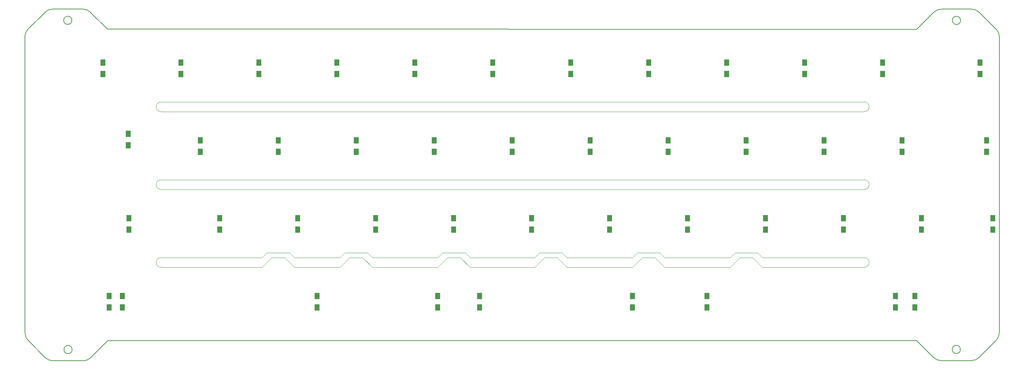
<source format=gbr>
%TF.GenerationSoftware,KiCad,Pcbnew,(7.0.0)*%
%TF.CreationDate,2023-04-22T21:46:49+02:00*%
%TF.ProjectId,lumpen,6c756d70-656e-42e6-9b69-6361645f7063,rev?*%
%TF.SameCoordinates,Original*%
%TF.FileFunction,Paste,Bot*%
%TF.FilePolarity,Positive*%
%FSLAX46Y46*%
G04 Gerber Fmt 4.6, Leading zero omitted, Abs format (unit mm)*
G04 Created by KiCad (PCBNEW (7.0.0)) date 2023-04-22 21:46:49*
%MOMM*%
%LPD*%
G01*
G04 APERTURE LIST*
%ADD10R,1.200000X1.600000*%
%TA.AperFunction,Profile*%
%ADD11C,0.100000*%
%TD*%
%TA.AperFunction,Profile*%
%ADD12C,0.200000*%
%TD*%
G04 APERTURE END LIST*
D10*
%TO.C,D1*%
X38099999Y-58549999D03*
X38099999Y-55749999D03*
%TD*%
%TO.C,D41*%
X231774999Y-115699999D03*
X231774999Y-112899999D03*
%TD*%
%TO.C,D9*%
X42862499Y-115699999D03*
X42862499Y-112899999D03*
%TD*%
%TO.C,D21*%
X133349999Y-58549999D03*
X133349999Y-55749999D03*
%TD*%
%TO.C,D44*%
X253999999Y-77599999D03*
X253999999Y-74799999D03*
%TD*%
%TO.C,D28*%
X171449999Y-58549999D03*
X171449999Y-55749999D03*
%TD*%
%TO.C,D13*%
X95249999Y-58549999D03*
X95249999Y-55749999D03*
%TD*%
%TO.C,D33*%
X200024999Y-96649999D03*
X200024999Y-93849999D03*
%TD*%
%TO.C,D6*%
X57149999Y-58549999D03*
X57149999Y-55749999D03*
%TD*%
%TO.C,D37*%
X214312499Y-77599999D03*
X214312499Y-74799999D03*
%TD*%
%TO.C,D19*%
X152399999Y-58549999D03*
X152399999Y-55749999D03*
%TD*%
%TO.C,D39*%
X233362499Y-77599999D03*
X233362499Y-74799999D03*
%TD*%
%TO.C,D7*%
X61912499Y-77599999D03*
X61912499Y-74799999D03*
%TD*%
%TO.C,D36*%
X209549999Y-58549999D03*
X209549999Y-55749999D03*
%TD*%
%TO.C,D24*%
X130174999Y-115699999D03*
X130174999Y-112899999D03*
%TD*%
%TO.C,D22*%
X138112499Y-77599999D03*
X138112499Y-74799999D03*
%TD*%
%TO.C,D18*%
X123824999Y-96649999D03*
X123824999Y-93849999D03*
%TD*%
%TO.C,D31*%
X190499999Y-58549999D03*
X190499999Y-55749999D03*
%TD*%
%TO.C,D35*%
X185737499Y-115699999D03*
X185737499Y-112899999D03*
%TD*%
%TO.C,D16*%
X114299999Y-58549999D03*
X114299999Y-55749999D03*
%TD*%
%TO.C,D25*%
X157162499Y-77599999D03*
X157162499Y-74799999D03*
%TD*%
%TO.C,D8*%
X66674999Y-96649999D03*
X66674999Y-93849999D03*
%TD*%
%TO.C,D11*%
X85724999Y-96649999D03*
X85724999Y-93849999D03*
%TD*%
%TO.C,D4*%
X39687499Y-115699999D03*
X39687499Y-112899999D03*
%TD*%
%TO.C,D15*%
X104774999Y-96649999D03*
X104774999Y-93849999D03*
%TD*%
%TO.C,D30*%
X180974999Y-96649999D03*
X180974999Y-93849999D03*
%TD*%
%TO.C,D45*%
X255587499Y-96649999D03*
X255587499Y-93849999D03*
%TD*%
%TO.C,D14*%
X100012499Y-77599999D03*
X100012499Y-74799999D03*
%TD*%
%TO.C,D10*%
X80962499Y-77599999D03*
X80962499Y-74799999D03*
%TD*%
%TO.C,D5*%
X76199999Y-58549999D03*
X76199999Y-55749999D03*
%TD*%
%TO.C,D26*%
X161924999Y-96649999D03*
X161924999Y-93849999D03*
%TD*%
%TO.C,D29*%
X176212499Y-77599999D03*
X176212499Y-74799999D03*
%TD*%
%TO.C,D2*%
X44322999Y-76012499D03*
X44322999Y-73212499D03*
%TD*%
%TO.C,D12*%
X90487499Y-115699999D03*
X90487499Y-112899999D03*
%TD*%
%TO.C,D23*%
X142874999Y-96649999D03*
X142874999Y-93849999D03*
%TD*%
%TO.C,D34*%
X228599999Y-58549999D03*
X228599999Y-55749999D03*
%TD*%
%TO.C,D46*%
X236537499Y-115699999D03*
X236537499Y-112899999D03*
%TD*%
%TO.C,D17*%
X119062499Y-77599999D03*
X119062499Y-74799999D03*
%TD*%
%TO.C,D32*%
X195262499Y-77599999D03*
X195262499Y-74799999D03*
%TD*%
%TO.C,D27*%
X167512999Y-115699999D03*
X167512999Y-112899999D03*
%TD*%
%TO.C,D43*%
X252412499Y-58549999D03*
X252412499Y-55749999D03*
%TD*%
%TO.C,D20*%
X119887999Y-115699999D03*
X119887999Y-112899999D03*
%TD*%
%TO.C,D3*%
X44449999Y-96649999D03*
X44449999Y-93849999D03*
%TD*%
%TO.C,D38*%
X219074999Y-96649999D03*
X219074999Y-93849999D03*
%TD*%
%TO.C,D40*%
X238124999Y-96649999D03*
X238124999Y-93849999D03*
%TD*%
D11*
X224161188Y-86836250D02*
X52314313Y-86836250D01*
D12*
X33287290Y-128781256D02*
X25917546Y-128781256D01*
D11*
X125459250Y-103505000D02*
X127840500Y-105886250D01*
X224161188Y-86836200D02*
G75*
G03*
X224161188Y-84455000I12J1190600D01*
G01*
X78199375Y-102314375D02*
X83755625Y-102314375D01*
X192532000Y-102314375D02*
X191341375Y-103505000D01*
X224161188Y-67786200D02*
G75*
G03*
X224161188Y-65405000I12J1190600D01*
G01*
D12*
X39350957Y-123825611D02*
X35178801Y-127997767D01*
X25855692Y-42668888D02*
G75*
G03*
X23964181Y-43452380I8J-2675012D01*
G01*
D11*
X52314313Y-103505000D02*
X77008750Y-103505000D01*
X193722625Y-103505000D02*
X191341375Y-105886250D01*
D12*
X19102418Y-121966128D02*
X19040564Y-49484019D01*
X236913960Y-123824293D02*
X39350957Y-123825611D01*
X252245970Y-43472322D02*
G75*
G03*
X250354482Y-42688810I-1891570J-1891578D01*
G01*
D11*
X52314313Y-84454950D02*
G75*
G03*
X52314313Y-86836250I-13J-1190650D01*
G01*
D12*
X242984738Y-42688823D02*
G75*
G03*
X241096372Y-43469515I-38J-2674077D01*
G01*
X252245993Y-43472299D02*
X256386121Y-47612427D01*
D11*
X191341375Y-105886250D02*
X175402875Y-105886250D01*
D12*
X39257075Y-47592508D02*
X236956244Y-47609643D01*
D11*
X103964500Y-103505000D02*
X119903000Y-103505000D01*
D12*
X236956244Y-47609643D02*
X241096372Y-43469515D01*
D11*
X96027000Y-105886250D02*
X84946250Y-105886250D01*
D12*
X30540436Y-45418891D02*
G75*
G03*
X30540436Y-45418891I-1000000J0D01*
G01*
D11*
X196897625Y-103505000D02*
X199278875Y-105886250D01*
D12*
X250315343Y-128747910D02*
X242945599Y-128747910D01*
X30602546Y-126031256D02*
G75*
G03*
X30602546Y-126031256I-1000000J0D01*
G01*
D11*
X97217625Y-102314375D02*
X96027000Y-103505000D01*
D12*
X25855692Y-42668891D02*
X33225436Y-42668891D01*
X257169610Y-49503938D02*
X257130471Y-121932782D01*
D11*
X121093625Y-102314375D02*
X126649875Y-102314375D01*
D12*
X247669482Y-45438810D02*
G75*
G03*
X247669482Y-45438810I-1000000J0D01*
G01*
D11*
X144786188Y-102314375D02*
X143595563Y-103505000D01*
X168656000Y-102314375D02*
X167465375Y-103505000D01*
X121093625Y-102314375D02*
X119903000Y-103505000D01*
D12*
X250315343Y-128747925D02*
G75*
G03*
X252206853Y-127964420I57J2674825D01*
G01*
X241054108Y-127964401D02*
G75*
G03*
X242945599Y-128747910I1891492J1891401D01*
G01*
D11*
X122284250Y-103505000D02*
X125459250Y-103505000D01*
X224161188Y-105886250D02*
X199278875Y-105886250D01*
X102773875Y-102314375D02*
X103964500Y-103505000D01*
X193722625Y-103505000D02*
X196897625Y-103505000D01*
X169846625Y-103505000D02*
X173021625Y-103505000D01*
X151533063Y-103505000D02*
X167465375Y-103505000D01*
X144786188Y-102314375D02*
X150342438Y-102314375D01*
D12*
X35116939Y-43452388D02*
G75*
G03*
X33225436Y-42668891I-1891439J-1891312D01*
G01*
D11*
X52314313Y-103504950D02*
G75*
G03*
X52314313Y-105886250I-13J-1190650D01*
G01*
X199278875Y-103505000D02*
X224161188Y-103505000D01*
X169846625Y-103505000D02*
X167465375Y-105886250D01*
X52314313Y-84455000D02*
X224161188Y-84455000D01*
X224161188Y-105886200D02*
G75*
G03*
X224161188Y-103505000I12J1190600D01*
G01*
D12*
X256346997Y-123824308D02*
G75*
G03*
X257130471Y-121932782I-1891797J1891608D01*
G01*
X256346982Y-123824293D02*
X252206854Y-127964421D01*
X33287290Y-128781220D02*
G75*
G03*
X35178800Y-127997766I110J2674820D01*
G01*
D11*
X101583250Y-103505000D02*
X103964500Y-105886250D01*
X79390000Y-103505000D02*
X82565000Y-103505000D01*
X126649875Y-102314375D02*
X127840500Y-103505000D01*
X145976813Y-103505000D02*
X149151813Y-103505000D01*
X143595563Y-105886250D02*
X127840500Y-105886250D01*
X83755625Y-102314375D02*
X84946250Y-103505000D01*
X173021625Y-103505000D02*
X175402875Y-105886250D01*
D12*
X24026035Y-127997767D02*
X19885907Y-123857639D01*
X242984738Y-42688810D02*
X250354482Y-42688810D01*
D11*
X97217625Y-102314375D02*
X102773875Y-102314375D01*
D12*
X241054088Y-127964421D02*
X236913960Y-123824293D01*
X24026051Y-127997751D02*
G75*
G03*
X25917546Y-128781256I1891549J1891551D01*
G01*
D11*
X78199375Y-102314375D02*
X77008750Y-103505000D01*
X174212250Y-102314375D02*
X175402875Y-103505000D01*
X175402875Y-103505000D02*
X191341375Y-103505000D01*
X149151813Y-103505000D02*
X151533063Y-105886250D01*
X224161188Y-67786250D02*
X52314313Y-67786250D01*
X119903000Y-105886250D02*
X103964500Y-105886250D01*
X79390000Y-103505000D02*
X77008750Y-105886250D01*
X98408250Y-103505000D02*
X96027000Y-105886250D01*
X198088250Y-102314375D02*
X199278875Y-103505000D01*
X84946250Y-103505000D02*
X96027000Y-103505000D01*
X52314313Y-65404950D02*
G75*
G03*
X52314313Y-67786250I-13J-1190650D01*
G01*
X168656000Y-102314375D02*
X174212250Y-102314375D01*
X122284250Y-103505000D02*
X119903000Y-105886250D01*
D12*
X19824057Y-47592512D02*
G75*
G03*
X19040564Y-49484019I1891443J-1891488D01*
G01*
D11*
X167465375Y-105886250D02*
X151533063Y-105886250D01*
D12*
X19824053Y-47592508D02*
X23964181Y-43452380D01*
D11*
X77008750Y-105886250D02*
X52314313Y-105886250D01*
X82565000Y-103505000D02*
X84946250Y-105886250D01*
X52314313Y-65405000D02*
X224161188Y-65405000D01*
D12*
X35116947Y-43452380D02*
X39257075Y-47592508D01*
D11*
X150342438Y-102314375D02*
X151533063Y-103505000D01*
D12*
X247630599Y-125997910D02*
G75*
G03*
X247630599Y-125997910I-1000000J0D01*
G01*
D11*
X192532000Y-102314375D02*
X198088250Y-102314375D01*
D12*
X257169604Y-49503938D02*
G75*
G03*
X256386120Y-47612428I-2675404J-162D01*
G01*
D11*
X127840500Y-103505000D02*
X143595563Y-103505000D01*
D12*
X19102451Y-121966128D02*
G75*
G03*
X19885907Y-123857639I2675149J28D01*
G01*
D11*
X145976813Y-103505000D02*
X143595563Y-105886250D01*
X98408250Y-103505000D02*
X101583250Y-103505000D01*
M02*

</source>
